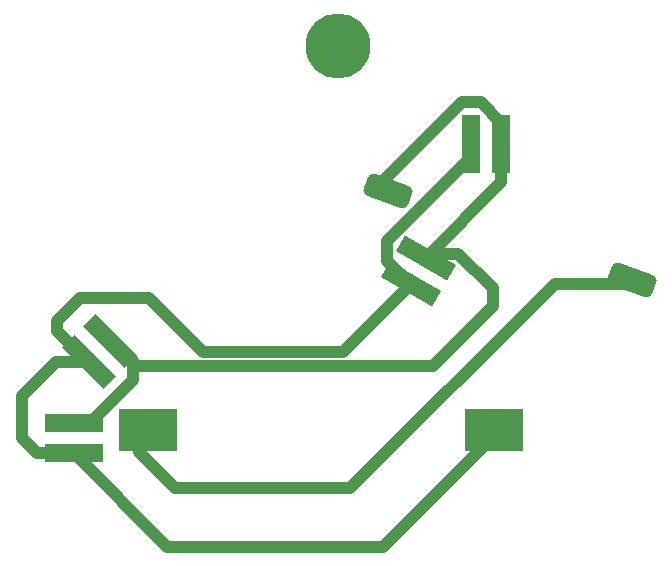
<source format=gbr>
%TF.GenerationSoftware,KiCad,Pcbnew,7.0.1*%
%TF.CreationDate,2023-04-19T19:47:13+02:00*%
%TF.ProjectId,unicorn,756e6963-6f72-46e2-9e6b-696361645f70,rev?*%
%TF.SameCoordinates,Original*%
%TF.FileFunction,Copper,L2,Bot*%
%TF.FilePolarity,Positive*%
%FSLAX46Y46*%
G04 Gerber Fmt 4.6, Leading zero omitted, Abs format (unit mm)*
G04 Created by KiCad (PCBNEW 7.0.1) date 2023-04-19 19:47:13*
%MOMM*%
%LPD*%
G01*
G04 APERTURE LIST*
G04 Aperture macros list*
%AMRoundRect*
0 Rectangle with rounded corners*
0 $1 Rounding radius*
0 $2 $3 $4 $5 $6 $7 $8 $9 X,Y pos of 4 corners*
0 Add a 4 corners polygon primitive as box body*
4,1,4,$2,$3,$4,$5,$6,$7,$8,$9,$2,$3,0*
0 Add four circle primitives for the rounded corners*
1,1,$1+$1,$2,$3*
1,1,$1+$1,$4,$5*
1,1,$1+$1,$6,$7*
1,1,$1+$1,$8,$9*
0 Add four rect primitives between the rounded corners*
20,1,$1+$1,$2,$3,$4,$5,0*
20,1,$1+$1,$4,$5,$6,$7,0*
20,1,$1+$1,$6,$7,$8,$9,0*
20,1,$1+$1,$8,$9,$2,$3,0*%
%AMRotRect*
0 Rectangle, with rotation*
0 The origin of the aperture is its center*
0 $1 length*
0 $2 width*
0 $3 Rotation angle, in degrees counterclockwise*
0 Add horizontal line*
21,1,$1,$2,0,0,$3*%
G04 Aperture macros list end*
%TA.AperFunction,WasherPad*%
%ADD10C,5.500000*%
%TD*%
%TA.AperFunction,SMDPad,CuDef*%
%ADD11RoundRect,0.500000X-1.580549X0.043184X1.238529X-0.982877X1.580549X-0.043184X-1.238529X0.982877X0*%
%TD*%
%TA.AperFunction,SMDPad,CuDef*%
%ADD12R,5.000000X1.524000*%
%TD*%
%TA.AperFunction,SMDPad,CuDef*%
%ADD13R,1.524000X5.000000*%
%TD*%
%TA.AperFunction,SMDPad,CuDef*%
%ADD14RotRect,1.524000X5.000000X60.000000*%
%TD*%
%TA.AperFunction,SMDPad,CuDef*%
%ADD15RotRect,1.524000X5.000000X45.000000*%
%TD*%
%TA.AperFunction,SMDPad,CuDef*%
%ADD16R,5.000000X3.600000*%
%TD*%
%TA.AperFunction,Conductor*%
%ADD17C,1.000000*%
%TD*%
G04 APERTURE END LIST*
D10*
%TO.P,REF\u002A\u002A,*%
%TO.N,*%
X196750000Y-60250000D03*
%TD*%
D11*
%TO.P,SW1,2*%
%TO.N,+3V0*%
X221637930Y-80065963D03*
%TO.P,SW1,1*%
%TO.N,VCC*%
X200964693Y-72541520D03*
%TD*%
D12*
%TO.P,D1,1*%
%TO.N,GND*%
X174379500Y-94726000D03*
%TO.P,D1,2*%
%TO.N,VCC*%
X174379500Y-92186000D03*
%TD*%
D13*
%TO.P,D2,1*%
%TO.N,GND*%
X208042000Y-68525000D03*
%TO.P,D2,2*%
%TO.N,VCC*%
X210582000Y-68525000D03*
%TD*%
D14*
%TO.P,D3,1*%
%TO.N,GND*%
X202882500Y-80431704D03*
%TO.P,D3,2*%
%TO.N,VCC*%
X204152500Y-78232000D03*
%TD*%
D15*
%TO.P,D4,1*%
%TO.N,GND*%
X175622949Y-87013051D03*
%TO.P,D4,2*%
%TO.N,VCC*%
X177419000Y-85217000D03*
%TD*%
D16*
%TO.P,BT1,1*%
%TO.N,+3V0*%
X180630000Y-92760000D03*
%TO.P,BT1,2*%
%TO.N,GND*%
X209930000Y-92760000D03*
%TD*%
D17*
%TO.N,+3V0*%
X222577623Y-80407983D02*
X215102017Y-80407983D01*
X182950000Y-97720000D02*
X179900000Y-94670000D01*
X197790000Y-97720000D02*
X182950000Y-97720000D01*
X179900000Y-94670000D02*
X179900000Y-93840000D01*
X215102017Y-80407983D02*
X197790000Y-97720000D01*
%TO.N,GND*%
X174860000Y-81640000D02*
X180750000Y-81640000D01*
X202882500Y-80431704D02*
X200906916Y-78456120D01*
X200540000Y-102650000D02*
X182303500Y-102650000D01*
X169980000Y-89900000D02*
X172866949Y-87013051D01*
X174379500Y-94726000D02*
X171226000Y-94726000D01*
X185270000Y-86160000D02*
X197154204Y-86160000D01*
X200906916Y-78456120D02*
X200906916Y-76794339D01*
X180750000Y-81640000D02*
X185270000Y-86160000D01*
X171226000Y-94726000D02*
X169980000Y-93480000D01*
X169980000Y-93480000D02*
X169980000Y-89900000D01*
X200906916Y-76794339D02*
X208042000Y-69659255D01*
X174412898Y-85803000D02*
X174373000Y-85803000D01*
X174373000Y-85803000D02*
X172950000Y-84380000D01*
X175622949Y-87013051D02*
X174412898Y-85803000D01*
X172866949Y-87013051D02*
X175622949Y-87013051D01*
X208042000Y-69659255D02*
X208042000Y-68525000D01*
X182303500Y-102650000D02*
X174379500Y-94726000D01*
X197154204Y-86160000D02*
X202882500Y-80431704D01*
X172950000Y-83550000D02*
X174860000Y-81640000D01*
X209337000Y-93853000D02*
X200540000Y-102650000D01*
X172950000Y-84380000D02*
X172950000Y-83550000D01*
%TO.N,VCC*%
X207199500Y-65025000D02*
X208820000Y-65025000D01*
X176264000Y-91636000D02*
X179380000Y-88520000D01*
X209850000Y-80780000D02*
X206920000Y-77850000D01*
X210582000Y-71802500D02*
X204152500Y-78232000D01*
X210582000Y-66787000D02*
X210582000Y-68525000D01*
X176264000Y-92186000D02*
X176264000Y-91636000D01*
X204810480Y-87359520D02*
X209850000Y-82320000D01*
X179380000Y-88520000D02*
X179380000Y-86930000D01*
X208820000Y-65025000D02*
X210582000Y-66787000D01*
X179561520Y-87359520D02*
X204810480Y-87359520D01*
X206920000Y-77850000D02*
X204534500Y-77850000D01*
X177419000Y-85217000D02*
X179561520Y-87359520D01*
X210582000Y-68525000D02*
X210582000Y-71802500D01*
X200025000Y-72199500D02*
X207199500Y-65025000D01*
X209850000Y-82320000D02*
X209850000Y-80780000D01*
X204534500Y-77850000D02*
X204152500Y-78232000D01*
%TD*%
M02*

</source>
